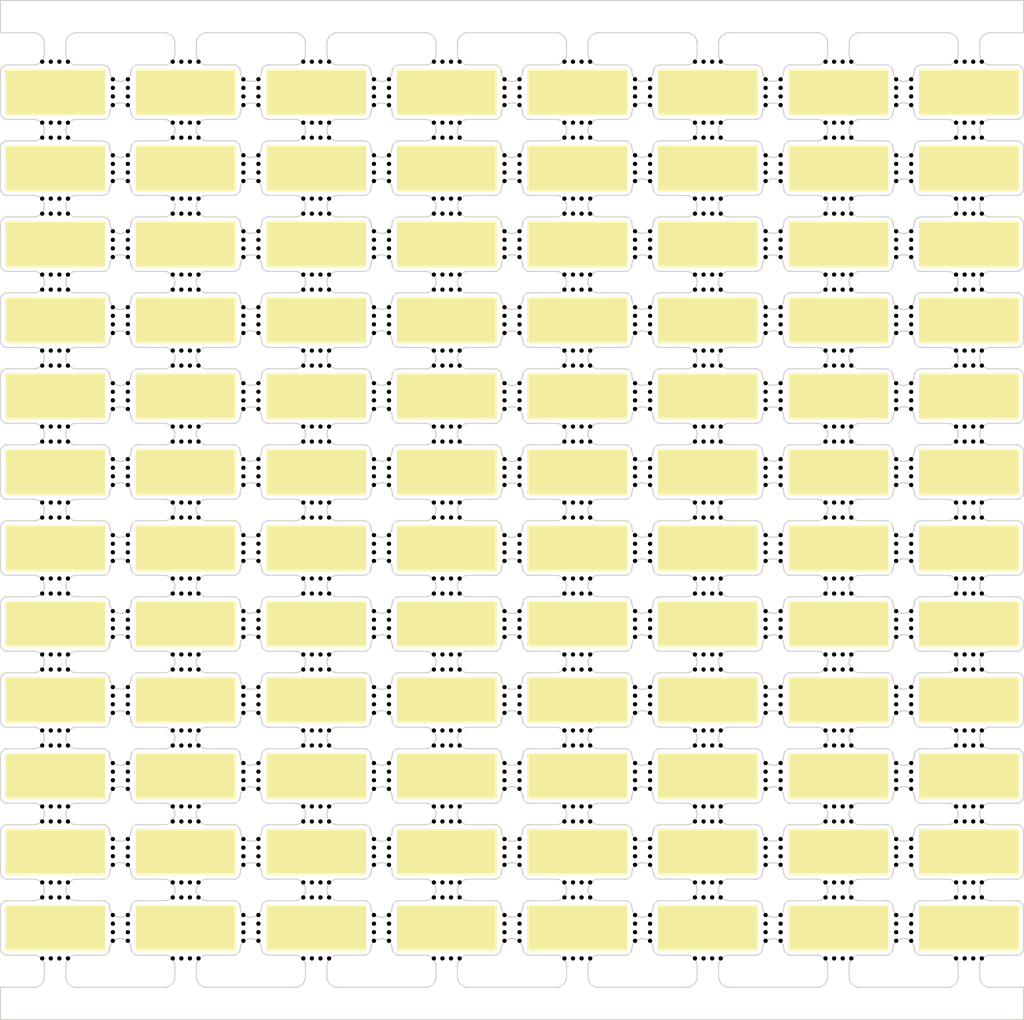
<source format=kicad_pcb>
(kicad_pcb (version 20221018) (generator pcbnew)

  (general
    (thickness 1.6)
  )

  (paper "A4")
  (layers
    (0 "F.Cu" signal)
    (31 "B.Cu" signal)
    (32 "B.Adhes" user "B.Adhesive")
    (33 "F.Adhes" user "F.Adhesive")
    (34 "B.Paste" user)
    (35 "F.Paste" user)
    (36 "B.SilkS" user "B.Silkscreen")
    (37 "F.SilkS" user "F.Silkscreen")
    (38 "B.Mask" user)
    (39 "F.Mask" user)
    (40 "Dwgs.User" user "User.Drawings")
    (41 "Cmts.User" user "User.Comments")
    (42 "Eco1.User" user "User.Eco1")
    (43 "Eco2.User" user "User.Eco2")
    (44 "Edge.Cuts" user)
    (45 "Margin" user)
    (46 "B.CrtYd" user "B.Courtyard")
    (47 "F.CrtYd" user "F.Courtyard")
    (48 "B.Fab" user)
    (49 "F.Fab" user)
    (50 "User.1" user)
    (51 "User.2" user)
    (52 "User.3" user)
    (53 "User.4" user)
    (54 "User.5" user)
    (55 "User.6" user)
    (56 "User.7" user)
    (57 "User.8" user)
    (58 "User.9" user)
  )

  (setup
    (pad_to_mask_clearance 0)
    (aux_axis_origin 100.86 20)
    (grid_origin 100.86 20)
    (pcbplotparams
      (layerselection 0x00010fc_ffffffff)
      (plot_on_all_layers_selection 0x0000000_00000000)
      (disableapertmacros false)
      (usegerberextensions false)
      (usegerberattributes true)
      (usegerberadvancedattributes true)
      (creategerberjobfile true)
      (dashed_line_dash_ratio 12.000000)
      (dashed_line_gap_ratio 3.000000)
      (svgprecision 4)
      (plotframeref false)
      (viasonmask false)
      (mode 1)
      (useauxorigin false)
      (hpglpennumber 1)
      (hpglpenspeed 20)
      (hpglpendiameter 15.000000)
      (dxfpolygonmode true)
      (dxfimperialunits true)
      (dxfusepcbnewfont true)
      (psnegative false)
      (psa4output false)
      (plotreference true)
      (plotvalue true)
      (plotinvisibletext false)
      (sketchpadsonfab false)
      (subtractmaskfromsilk false)
      (outputformat 1)
      (mirror false)
      (drillshape 1)
      (scaleselection 1)
      (outputdirectory "")
    )
  )

  (net 0 "")

  (footprint "NPTH" (layer "F.Cu") (at 111.31968 28.140064))

  (footprint "NPTH" (layer "F.Cu") (at 178.500027 96.500369))

  (footprint "NPTH" (layer "F.Cu") (at 178.500027 82.340369))

  (footprint "NPTH" (layer "F.Cu") (at 135.63968 70.620063))

  (footprint "NPTH" (layer "F.Cu") (at 173.52 91.86))

  (footprint "NPTH" (layer "F.Cu") (at 153.380027 61.100296))

  (footprint "NPTH" (layer "F.Cu") (at 161.36 107.62))

  (footprint "NPTH" (layer "F.Cu") (at 154.980027 25.700443))

  (footprint "NPTH" (layer "F.Cu") (at 123.479341 65.140063))

  (footprint "NPTH" (layer "F.Cu") (at 173.52 76.9))

  (footprint "NPTH" (layer "F.Cu") (at 123.47968 49.380063))

  (footprint "NPTH" (layer "F.Cu") (at 124.88 69.82))

  (footprint "NPTH" (layer "F.Cu") (at 129.860027 75.260369))

  (footprint "NPTH" (layer "F.Cu") (at 189.860027 25.700297))

  (footprint "NPTH" (layer "F.Cu") (at 130.659972 38.45963))

  (footprint "NPTH" (layer "F.Cu") (at 172.11968 77.700063))

  (footprint "NPTH" (layer "F.Cu") (at 123.47968 28.140064))

  (footprint "NPTH" (layer "F.Cu") (at 130.660027 39.860442))

  (footprint "NPTH" (layer "F.Cu") (at 161.36 98.14))

  (footprint "NPTH" (layer "F.Cu") (at 154.180027 68.180369))

  (footprint "NPTH" (layer "F.Cu") (at 165.539972 52.619484))

  (footprint "NPTH" (layer "F.Cu") (at 184.279341 36.820063))

  (footprint "NPTH" (layer "F.Cu") (at 147.79985 69.820063))

  (footprint "NPTH" (layer "F.Cu") (at 166.339972 38.459557))

  (footprint "NPTH" (layer "F.Cu") (at 118.500027 25.700443))

  (footprint "NPTH" (layer "F.Cu") (at 142.820027 96.500442))

  (footprint "NPTH" (layer "F.Cu") (at 161.36 28.94))

  (footprint "NPTH" (layer "F.Cu") (at 177.700027 103.580296))

  (footprint "NPTH" (layer "F.Cu") (at 161.36 83.98))

  (footprint "NPTH" (layer "F.Cu") (at 166.340027 25.70037))

  (footprint "NPTH" (layer "F.Cu") (at 143.620027 89.420515))

  (footprint "NPTH" (layer "F.Cu") (at 124.88 42.3))

  (footprint "NPTH" (layer "F.Cu") (at 137.04 107.62))

  (footprint "NPTH" (layer "F.Cu") (at 112.72 34.42))

  (footprint "NPTH" (layer "F.Cu") (at 143.619972 38.459703))

  (footprint "NPTH" (layer "F.Cu") (at 180.099972 45.539703))

  (footprint "NPTH" (layer "F.Cu") (at 129.860027 54.020369))

  (footprint "NPTH" (layer "F.Cu") (at 117.700027 32.780369))

  (footprint "NPTH" (layer "F.Cu") (at 167.140027 68.180442))

  (footprint "NPTH" (layer "F.Cu") (at 106.340027 46.940442))

  (footprint "NPTH" (layer "F.Cu") (at 105.540028 46.940369))

  (footprint "NPTH" (layer "F.Cu") (at 111.31985 27.340064))

  (footprint "NPTH" (layer "F.Cu") (at 154.980027 32.780442))

  (footprint "NPTH" (layer "F.Cu") (at 118.500027 46.940442))

  (footprint "NPTH" (layer "F.Cu") (at 190.660027 61.100369))

  (footprint "NPTH" (layer "F.Cu") (at 117.699972 38.459557))

  (footprint "NPTH" (layer "F.Cu") (at 177.699972 66.779484))

  (footprint "NPTH" (layer "F.Cu") (at 129.060027 82.340296))

  (footprint "NPTH" (layer "F.Cu") (at 143.620027 32.780515))

  (footprint "NPTH" (layer "F.Cu") (at 173.52 55.66))

  (footprint "NPTH" (layer "F.Cu") (at 116.900027 61.100296))

  (footprint "NPTH" (layer "F.Cu") (at 159.959341 58.060063))

  (footprint "NPTH" (layer "F.Cu") (at 142.019972 102.179557))

  (footprint "NPTH" (layer "F.Cu") (at 124.88 65.14))

  (footprint "NPTH" (layer "F.Cu") (at 192.259972 80.939703))

  (footprint "NPTH" (layer "F.Cu") (at 143.619972 88.019703))

  (footprint "NPTH" (layer "F.Cu") (at 117.699972 73.859557))

  (footprint "NPTH" (layer "F.Cu") (at 141.219972 80.939484))

  (footprint "NPTH" (layer "F.Cu") (at 116.899972 31.379484))

  (footprint "NPTH" (layer "F.Cu") (at 154.179972 38.459557))

  (footprint "NPTH" (layer "F.Cu") (at 119.300027 89.420515))

  (footprint "NPTH" (layer "F.Cu") (at 173.52 35.22))

  (footprint "NPTH" (layer "F.Cu") (at 116.900027 25.700297))

  (footprint "NPTH" (layer "F.Cu") (at 142.820027 25.700443))

  (footprint "NPTH" (layer "F.Cu") (at 118.499972 88.01963))

  (footprint "NPTH" (layer "F.Cu") (at 147.799341 107.620063))

  (footprint "NPTH" (layer "F.Cu") (at 173.52 57.26))

  (footprint "NPTH" (layer "F.Cu") (at 135.639511 36.020063))

  (footprint "NPTH" (layer "F.Cu") (at 167.140027 82.340442))

  (footprint "NPTH" (layer "F.Cu") (at 129.060027 54.020296))

  (footprint "NPTH" (layer "F.Cu") (at 161.36 91.86))

  (footprint "NPTH" (layer "F.Cu") (at 189.859972 66.779484))

  (footprint "NPTH" (layer "F.Cu") (at 104.740028 103.580296))

  (footprint "NPTH" (layer "F.Cu") (at 159.95985 48.580063))

  (footprint "NPTH" (layer "F.Cu") (at 123.47985 91.060063))

  (footprint "NPTH" (layer "F.Cu") (at 112.72 43.1))

  (footprint "NPTH" (layer "F.Cu") (at 111.319511 64.340063))

  (footprint "NPTH" (layer "F.Cu") (at 155.779972 102.179703))

  (footprint "NPTH" (layer "F.Cu") (at 131.460027 82.340515))

  (footprint "NPTH" (layer "F.Cu") (at 190.659972 66.779557))

  (footprint "NPTH" (layer "F.Cu") (at 167.139972 109.25963))

  (footprint "NPTH" (layer "F.Cu") (at 118.500027 61.100442))

  (footprint "NPTH" (layer "F.Cu") (at 123.47968 63.540063))

  (footprint "NPTH" (layer "F.Cu") (at 189.859972 80.939484))

  (footprint "NPTH" (layer "F.Cu") (at 167.940027 32.780515))

  (footprint "NPTH" (layer "F.Cu") (at 117.700027 75.260369))

  (footprint "NPTH" (layer "F.Cu") (at 192.260027 46.940515))

  (footprint "NPTH" (layer "F.Cu") (at 116.900027 32.780296))

  (footprint "NPTH" (layer "F.Cu") (at 116.899972 73.859484))

  (footprint "NPTH" (layer "F.Cu") (at 111.319511 99.740063))

  (footprint "NPTH" (layer "F.Cu") (at 167.139972 59.69963))

  (footprint "NPTH" (layer "F.Cu") (at 184.27968 77.700063))

  (footprint "NPTH" (layer "F.Cu") (at 180.099972 95.099703))

  (footprint "NPTH" (layer "F.Cu") (at 185.68 50.98))

  (footprint "NPTH" (layer "F.Cu") (at 172.119341 36.820063))

  (footprint "NPTH" (layer "F.Cu") (at 161.36 64.34))

  (footprint "NPTH" (layer "F.Cu") (at 161.36 41.5))

  (footprint "NPTH" (layer "F.Cu") (at 129.859972 38.459557))

  (footprint "NPTH" (layer "F.Cu") (at 117.700027 96.500369))

  (footprint "NPTH" (layer "F.Cu") (at 154.979972 95.09963))

  (footprint "NPTH" (layer "F.Cu") (at 123.479341 86.380063))

  (footprint "NPTH" (layer "F.Cu") (at 129.859972 45.539557))

  (footprint "NPTH" (layer "F.Cu") (at 142.819972 59.69963))

  (footprint "NPTH" (layer "F.Cu") (at 173.52 41.5))

  (footprint "NPTH" (layer "F.Cu") (at 153.380027 82.340296))

  (footprint "NPTH" (layer "F.Cu") (at 116.899972 88.019484))

  (footprint "NPTH" (layer "F.Cu") (at 159.959511 106.820063))

  (footprint "NPTH" (layer "F.Cu") (at 149.2 29.74))

  (footprint "NPTH" (layer "F.Cu") (at 191.459972 59.69963))

  (footprint "NPTH" (layer "F.Cu") (at 161.36 98.94))

  (footprint "NPTH" (layer "F.Cu") (at 161.36 57.26))

  (footprint "NPTH" (layer "F.Cu") (at 142.820027 82.340442))

  (footprint "NPTH" (layer "F.Cu") (at 179.299972 31.37963))

  (footprint "NPTH" (layer "F.Cu") (at 116.900027 89.420296))

  (footprint "NPTH" (layer "F.Cu") (at 112.72 100.54))

  (footprint "NPTH" (layer "F.Cu") (at 111.31985 62.740063))

  (footprint "NPTH" (layer "F.Cu") (at 112.72 49.38))

  (footprint "NPTH" (layer "F.Cu") (at 149.2 84.78))

  (footprint "NPTH" (layer "F.Cu") (at 147.79968 42.300063))

  (footprint "NPTH" (layer "F.Cu") (at 167.140027 96.500442))

  (footprint "NPTH" (layer "F.Cu") (at 118.499972 102.17963))

  (footprint "NPTH" (layer "F.Cu") (at 116.899972 45.539484))

  (footprint "NPTH" (layer "F.Cu") (at 147.799341 50.980063))

  (footprint "NPTH" (layer "F.Cu") (at 131.460027 61.100515))

  (footprint "NPTH" (layer "F.Cu") (at 137.04 65.14))

  (footprint "NPTH" (layer "F.Cu") (at 111.319511 28.940063))

  (footprint "NPTH" (layer "F.Cu") (at 141.219972 59.699484))

  (footprint "NPTH" (layer "F.Cu") (at 137.04 78.5))

  (footprint "NPTH" (layer "F.Cu") (at 184.27985 76.900063))

  (footprint "NPTH" (layer "F.Cu") (at 185.68 48.58))

  (footprint "NPTH" (layer "F.Cu") (at 135.639511 50.180063))

  (footprint "NPTH" (layer "F.Cu") (at 159.959341 79.300063))

  (footprint "NPTH" (layer "F.Cu") (at 165.540027 103.580296))

  (footprint "NPTH" (layer "F.Cu") (at 111.31968 63.540063))

  (footprint "NPTH" (layer "F.Cu") (at 189.860027 54.020296))

  (footprint "NPTH" (layer "F.Cu") (at 166.340027 89.420369))

  (footprint "NPTH" (layer "F.Cu") (at 104.740028 75.260296))

  (footprint "NPTH" (layer "F.Cu") (at 130.659972 109.25963))

  (footprint "NPTH" (layer "F.Cu") (at 131.459972 52.619703))

  (footprint "NPTH" (layer "F.Cu") (at 131.459972 95.099703))

  (footprint "NPTH" (layer "F.Cu") (at 191.460027 61.100442))

  (footprint "NPTH" (layer "F.Cu") (at 137.04 71.42))

  (footprint "NPTH" (layer "F.Cu") (at 137.04 70.62))

  (footprint "NPTH" (layer "F.Cu") (at 129.059972 109.259484))

  (footprint "NPTH" (layer "F.Cu") (at 124.88 50.98))

  (footprint "NPTH" (layer "F.Cu") (at 137.04 28.14))

  (footprint "NPTH" (layer "F.Cu") (at 149.2 83.98))

  (footprint "NPTH" (layer "F.Cu") (at 147.79985 98.140063))

  (footprint "NPTH" (layer "F.Cu") (at 104.740028 96.500296))

  (footprint "NPTH" (layer "F.Cu") (at 153.379972 31.379484))

  (footprint "NPTH" (layer "F.Cu") (at 177.700027 96.500296))

  (footprint "NPTH" (layer "F.Cu") (at 130.659972 52.61963))

  (footprint "NPTH" (layer "F.Cu") (at 154.180027 75.260369))

  (footprint "NPTH" (layer "F.Cu") (at 131.460027 89.420515))

  (footprint "NPTH" (layer "F.Cu") (at 117.699972 31.379557))

  (footprint "NPTH" (layer "F.Cu") (at 172.11968 106.020063))

  (footprint "NPTH" (layer "F.Cu") (at 155.780027 61.100515))

  (footprint "NPTH" (layer "F.Cu") (at 135.639341 72.220063))

  (footprint "NPTH" (layer "F.Cu") (at 184.279511 43.100063))

  (footprint "NPTH" (layer "F.Cu") (at 153.380027 32.780296))

  (footprint "NPTH" (layer "F.Cu") (at 153.379972 59.699484))

  (footprint "NPTH" (layer "F.Cu") (at 105.540028 82.340369))

  (footprint "NPTH" (layer "F.Cu") (at 107.139972 59.699703))

  (footprint "NPTH" (layer "F.Cu") (at 177.699972 52.619484))

  (footprint "NPTH" (layer "F.Cu") (at 184.279341 79.300063))

  (footprint "NPTH" (layer "F.Cu") (at 155.780027 75.260515))

  (footprint "NPTH" (layer "F.Cu") (at 153.379972 109.259484))

  (footprint "NPTH" (layer "F.Cu") (at 173.52 56.46))

  (footprint "NPTH" (layer "F.Cu") (at 172.11985 62.740063))

  (footprint "NPTH" (layer "F.Cu") (at 116.899972 52.619484))

  (footprint "NPTH" (layer "F.Cu") (at 184.279511 106.820063))

  (footprint "NPTH" (layer "F.Cu") (at 112.72 71.42))

  (footprint "NPTH" (layer "F.Cu") (at 111.319341 86.380063))

  (footprint "NPTH" (layer "F.Cu") (at 184.27985 98.140063))

  (footprint "NPTH" (layer "F.Cu") (at 105.539973 109.259557))

  (footprint "NPTH" (layer "F.Cu") (at 149.2 28.14))

  (footprint "NPTH" (layer "F.Cu") (at 173.52 43.1))

  (footprint "NPTH" (layer "F.Cu") (at 189.860027 103.580296))

  (footprint "NPTH" (layer "F.Cu") (at 119.300027 82.340515))

  (footprint "NPTH" (layer "F.Cu") (at 119.300027 46.940515))

  (footprint "NPTH" (layer "F.Cu") (at 112.72 50.98))

  (footprint "NPTH" (layer "F.Cu") (at 124.88 64.34))

  (footprint "NPTH" (layer "F.Cu") (at 123.47968 70.620063))

  (footprint "NPTH" (layer "F.Cu") (at 123.47968 42.300063))

  (footprint "NPTH" (layer "F.Cu") (at 106.339972 88.01963))

  (footprint "NPTH" (layer "F.Cu") (at 154.179972 73.859557))

  (footprint "NPTH" (layer "F.Cu") (at 112.72 29.74))

  (footprint "NPTH" (layer "F.Cu") (at 130.659972 80.93963))

  (footprint "NPTH" (layer "F.Cu") (at 147.799341 29.740063))

  (footprint "NPTH" (layer "F.Cu") (at 123.47968 84.780063))

  (footprint "NPTH" (layer "F.Cu") (at 106.340027 75.260442))

  (footprint "NPTH" (layer "F.Cu") (at 149.2 50.18))

  (footprint "NPTH" (layer "F.Cu") (at 161.36 35.22))

  (footprint "NPTH" (layer "F.Cu") (at 124.88 93.46))

  (footprint "NPTH" (layer "F.Cu") (at 143.620027 39.860515))

  (footprint "NPTH" (layer "F.Cu") (at 142.019972 88.019557))

  (footprint "NPTH" (layer "F.Cu") (at 185.68 36.02))

  (footprint "NPTH" (layer "F.Cu") (at 112.72 42.3))

  (footprint "NPTH" (layer "F.Cu") (at 154.179972 102.179557))

  (footprint "NPTH" (layer "F.Cu") (at 129.060027 46.940296))

  (footprint "NPTH" (layer "F.Cu") (at 173.52 63.54))

  (footprint "NPTH" (layer "F.Cu") (at 189.860027 82.340296))

  (footprint "NPTH" (layer "F.Cu") (at 124.88 72.22))

  (footprint "NPTH" (layer "F.Cu") (at 106.339972 38.45963))

  (footprint "NPTH" (layer "F.Cu") (at 135.639511 92.660063))

  (footprint "NPTH" (layer "F.Cu") (at 112.72 41.5))

  (footprint "NPTH" (layer "F.Cu") (at 185.68 62.74))

  (footprint "NPTH" (layer "F.Cu") (at 178.500027 68.180369))

  (footprint "NPTH" (layer "F.Cu") (at 141.219972 109.259484))

  (footprint "NPTH" (layer "F.Cu") (at 124.88 91.86))

  (footprint "NPTH" (layer "F.Cu") (at 130.660027 89.420442))

  (footprint "NPTH" (layer "F.Cu") (at 190.659972 45.539557))

  (footprint "NPTH" (layer "F.Cu") (at 185.68 43.1))

  (footprint "NPTH" (layer "F.Cu") (at 142.019972 38.459557))

  (footprint "NPTH" (layer "F.Cu") (at 172.119341 65.140063))

  (footprint "NPTH" (layer "F.Cu") (at 129.860027 89.420369))

  (footprint "NPTH" (layer "F.Cu") (at 167.939972 88.019703))

  (footprint "NPTH" (layer "F.Cu") (at 111.319341 58.060063))

  (footprint "NPTH" (layer "F.Cu") (at 172.119341 43.900063))

  (footprint "NPTH" (layer "F.Cu") (at 107.139972 38.459703))

  (footprint "NPTH" (layer "F.Cu") (at 159.959341 43.900063))

  (footprint "NPTH" (layer "F.Cu") (at 165.540027 39.860296))

  (footprint "NPTH" (layer "F.Cu") (at 189.860027 89.420296))

  (footprint "NPTH" (layer "F.Cu") (at 142.820027 46.940442))

  (footprint "NPTH" (layer "F.Cu") (at 117.700027 61.100369))

  (footprint "NPTH" (layer "F.Cu") (at 118.499972 31.37963))

  (footprint "NPTH" (layer "F.Cu") (at 166.340027 46.940369))

  (footprint "NPTH" (layer "F.Cu") (at 189.860027 68.180296))

  (footprint "NPTH" (layer "F.Cu") (at 167.940027 89.420515))

  (footprint "NPTH" (layer "F.Cu") (at 118.500027 75.260442))

  (footprint "NPTH" (layer "F.Cu") (at 185.68 36.82))

  (footprint "NPTH" (layer "F.Cu") (at 131.460027 32.780515))

  (footprint "NPTH" (layer "F.Cu") (at 184.279511 50.180063))

  (footprint "NPTH" (layer "F.Cu") (at 178.500027 54.020369))

  (footprint "NPTH" (layer "F.Cu") (at 123.479511 71.420063))

  (footprint "NPTH" (layer "F.Cu") (at 117.700027 54.020369))

  (footprint "NPTH" (layer "F.Cu") (at 123.47985 69.820063))

  (footprint "NPTH" (layer "F.Cu") (at 123.479511 64.340063))

  (footprint "NPTH" (layer "F.Cu") (at 192.260027 54.020515))

  (footprint "NPTH" (layer "F.Cu") (at 173.52 93.46))

  (footprint "NPTH" (layer "F.Cu") (at 117.699972 109.259557))

  (footprint "NPTH" (layer "F.Cu") (at 185.68 99.74))

  (footprint "NPTH" (layer "F.Cu") (at 179.300027 25.700443))

  (footprint "NPTH" (layer "F.Cu") (at 178.500027 25.70037))

  (footprint "NPTH" (layer "F.Cu") (at 155.779972 38.459703))

  (footprint "NPTH" (layer "F.Cu") (at 123.47968 98.940063))

  (footprint "NPTH" (layer "F.Cu") (at 135.63985 98.140063))

  (footprint "NPTH" (layer "F.Cu") (at 131.460027 75.260515))

  (footprint "NPTH" (layer "F.Cu") (at 172.119511 92.660063))

  (footprint "NPTH" (layer "F.Cu") (at 190.659972 80.939557))

  (footprint "NPTH" (layer "F.Cu") (at 159.959511 71.420063))

  (footprint "NPTH" (layer "F.Cu") (at 118.500027 68.180442))

  (footprint "NPTH" (layer "F.Cu") (at 184.27968 56.460063))

  (footprint "NPTH" (layer "F.Cu") (at 185.68 98.94))

  (footprint "NPTH" (layer "F.Cu") (at 137.04 56.46))

  (footprint "NPTH" (layer "F.Cu") (at 180.100027 39.860515))

  (footprint "NPTH" (layer "F.Cu") (at 161.36 71.42))

  (footprint "NPTH" (layer "F.Cu") (at 165.540027 25.700297))

  (footprint "NPTH" (layer "F.Cu") (at 185.68 56.46))

  (footprint "NPTH" (layer "F.Cu") (at 172.11968 91.860063))

  (footprint "NPTH" (layer "F.Cu") (at 149.2 58.06))

  (footprint "NPTH" (layer "F.Cu") (at 112.72 36.82))

  (footprint "NPTH" (layer "F.Cu") (at 143.620027 75.260515))

  (footprint "NPTH" (layer "F.Cu") (at 190.660027 25.70037))

  (footprint "NPTH" (layer "F.Cu") (at 185.68 42.3))

  (footprint "NPTH" (layer "F.Cu") (at 184.27985 48.580063))

  (footprint "NPTH" (layer "F.Cu") (at 135.63985 76.900063))

  (footprint "NPTH" (layer "F.Cu") (at 106.339972 59.69963))

  (footprint "NPTH" (layer "F.Cu") (at 130.659972 95.09963))

  (footprint "NPTH" (layer "F.Cu") (at 106.339972 102.17963))

  (footprint "NPTH" (layer "F.Cu") (at 173.52 72.22))

  (footprint "NPTH" (layer "F.Cu") (at 106.340027 89.420442))

  (footprint "NPTH" (layer "F.Cu") (at 161.36 43.1))

  (footprint "NPTH" (layer "F.Cu") (at 142.019972 59.699557))

  (footprint "NPTH" (layer "F.Cu") (at 141.220027 61.100296))

  (footprint "NPTH" (layer "F.Cu") (at 161.36 91.06))

  (footprint "NPTH" (layer "F.Cu") (at 106.339972 45.53963))

  (footprint "NPTH" (layer "F.Cu") (at 167.140027 46.940442))

  (footprint "NPTH" (layer "F.Cu") (at 142.820027 39.860442))

  (footprint "NPTH" (layer "F.Cu") (at 104.739973 31.379484))

  (footprint "NPTH" (layer "F.Cu") (at 184.279341 29.740063))

  (footprint "NPTH" (layer "F.Cu") (at 189.859972 88.019484))

  (footprint "NPTH" (layer "F.Cu") (at 142.820027 75.260442))

  (footprint "NPTH" (layer "F.Cu") (at 184.27985 27.340064))

  (footprint "NPTH" (layer "F.Cu") (at 112.72 79.3))

  (footprint "NPTH" (layer "F.Cu") (at 159.95968 84.780063))

  (footprint "NPTH" (layer "F.Cu") (at 185.68 43.9))

  (footprint "NPTH" (layer "F.Cu") (at 130.660027 96.500442))

  (footprint "NPTH" (layer "F.Cu") (at 123.47985 62.740063))

  (footprint "NPTH" (layer "F.Cu") (at 112.72 72.22))

  (footprint "NPTH" (layer "F.Cu") (at 159.95985 27.340064))

  (footprint "NPTH" (layer "F.Cu") (at 177.699972 80.939484))

  (footprint "NPTH" (layer "F.Cu") (at 124.88 99.74))

  (footprint "NPTH" (layer "F.Cu") (at 165.539972 88.019484))

  (footprint "NPTH" (layer "F.Cu") (at 129.060027 32.780296))

  (footprint "NPTH" (layer "F.Cu") (at 192.260027 39.860515))

  (footprint "NPTH" (layer "F.Cu") (at 165.539972 45.539484))

  (footprint "NPTH" (layer "F.Cu") (at 161.36 106.02))

  (footprint "NPTH" (layer "F.Cu") (at 107.139972 80.939703))

  (footprint "NPTH" (layer "F.Cu") (at 129.059972 66.779484))

  (footprint "NPTH" (layer "F.Cu") (at 155.780027 46.940515))

  (footprint "NPTH" (layer "F.Cu") (at 167.140027 75.260442))

  (footprint "NPTH" (layer "F.Cu") (at 178.500027 61.100369))

  (footprint "NPTH" (layer "F.Cu") (at 155.780027 82.340515))

  (footprint "NPTH" (layer "F.Cu") (at 137.04 106.82))

  (footprint "NPTH" (layer "F.Cu") (at 153.380027 89.420296))

  (footprint "NPTH" (layer "F.Cu") (at 173.52 36.82))

  (footprint "NPTH" (layer "F.Cu") (at 135.639511 99.740063))

  (footprint "NPTH" (layer "F.Cu") (at 173.52 71.42))

  (footprint "NPTH" (layer "F.Cu") (at 180.100027 75.260515))

  (footprint "NPTH" (layer "F.Cu") (at 189.860027 39.860296))

  (footprint "NPTH" (layer "F.Cu") (at 117.699972 95.099557))

  (footprint "NPTH" (layer "F.Cu") (at 135.639341 36.820063))

  (footprint "NPTH" (layer "F.Cu") (at 179.300027 89.420442))

  (footprint "NPTH" (layer "F.Cu")
    (tstamp 359971d4-80ec-4950-ba11-2a9cb5ae8aa6)
    (at 184.279341 93.460063)
    (attr through_hole)
    (fp_text reference "KiKit_MB_295_1" (at 0 0.5) (layer "F.SilkS") hide
        (effects (font (size 1 1) (thickne
... [11772528 chars truncated]
</source>
